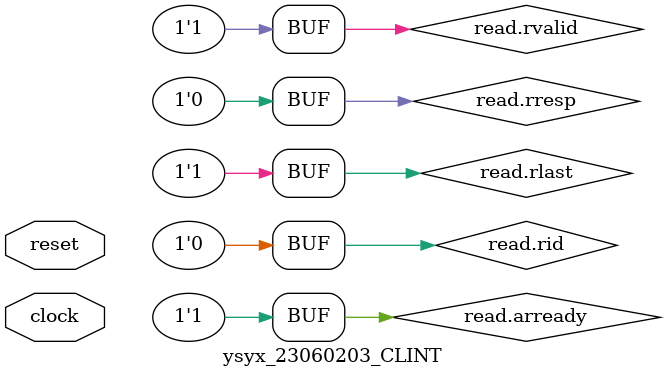
<source format=sv>
module ysyx_23060203_CLINT (
  input clock, reset,

  axi_if.in read
);

  reg [63:0] uptime, uptime_next;

  always @(posedge clock) begin
    if (reset) begin
      uptime <= 0;
    end else begin
      uptime <= uptime_next;
    end
  end

  always_comb begin
    uptime_next = uptime + 1;
  end

  assign read.arready = 1;
  assign read.rvalid = 1;
  assign read.rresp = 0;
  assign read.rdata = uptime;
  assign read.rlast = 1;
  assign read.rid = 0;
endmodule

</source>
